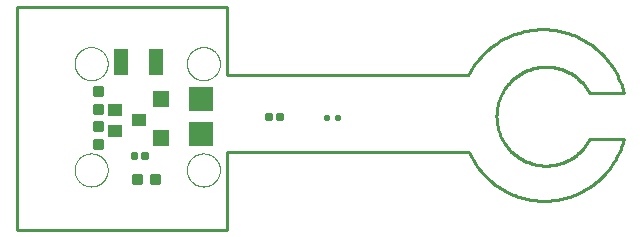
<source format=gtp>
G75*
%MOIN*%
%OFA0B0*%
%FSLAX25Y25*%
%IPPOS*%
%LPD*%
%AMOC8*
5,1,8,0,0,1.08239X$1,22.5*
%
%ADD10C,0.01000*%
%ADD11C,0.00000*%
%ADD12C,0.01250*%
%ADD13R,0.04500X0.09000*%
%ADD14R,0.05500X0.05500*%
%ADD15R,0.04500X0.04000*%
%ADD16C,0.00875*%
%ADD17R,0.07874X0.07874*%
%ADD18C,0.01142*%
D10*
X0061453Y0072391D02*
X0061453Y0146682D01*
X0131532Y0146682D01*
X0131532Y0123847D01*
X0211847Y0123847D01*
X0211846Y0123847D02*
X0212158Y0124451D01*
X0212484Y0125047D01*
X0212825Y0125635D01*
X0213179Y0126214D01*
X0213548Y0126785D01*
X0213931Y0127346D01*
X0214327Y0127898D01*
X0214737Y0128440D01*
X0215159Y0128972D01*
X0215595Y0129494D01*
X0216043Y0130004D01*
X0216504Y0130504D01*
X0216976Y0130992D01*
X0217460Y0131469D01*
X0217956Y0131933D01*
X0218463Y0132386D01*
X0218981Y0132826D01*
X0219509Y0133253D01*
X0220048Y0133667D01*
X0220597Y0134068D01*
X0221155Y0134455D01*
X0221722Y0134828D01*
X0222299Y0135188D01*
X0222884Y0135533D01*
X0223477Y0135865D01*
X0224078Y0136181D01*
X0224687Y0136483D01*
X0225303Y0136770D01*
X0225926Y0137041D01*
X0226555Y0137298D01*
X0227190Y0137539D01*
X0227831Y0137764D01*
X0228477Y0137974D01*
X0229128Y0138168D01*
X0229784Y0138346D01*
X0230444Y0138508D01*
X0231108Y0138653D01*
X0231775Y0138783D01*
X0232445Y0138896D01*
X0233117Y0138993D01*
X0233792Y0139073D01*
X0234468Y0139137D01*
X0235146Y0139185D01*
X0235825Y0139216D01*
X0236504Y0139230D01*
X0237183Y0139228D01*
X0237863Y0139209D01*
X0238541Y0139173D01*
X0239218Y0139121D01*
X0239894Y0139053D01*
X0240569Y0138968D01*
X0241240Y0138867D01*
X0241910Y0138749D01*
X0242576Y0138615D01*
X0243238Y0138465D01*
X0243897Y0138298D01*
X0244551Y0138116D01*
X0245201Y0137918D01*
X0245846Y0137704D01*
X0246486Y0137474D01*
X0247119Y0137229D01*
X0247747Y0136968D01*
X0248368Y0136692D01*
X0248981Y0136401D01*
X0249588Y0136095D01*
X0250187Y0135775D01*
X0250778Y0135440D01*
X0251361Y0135090D01*
X0251935Y0134727D01*
X0252500Y0134349D01*
X0253056Y0133958D01*
X0253602Y0133554D01*
X0254137Y0133136D01*
X0254663Y0132706D01*
X0255178Y0132262D01*
X0255682Y0131806D01*
X0256174Y0131339D01*
X0256655Y0130859D01*
X0257125Y0130367D01*
X0257582Y0129865D01*
X0258026Y0129351D01*
X0258458Y0128827D01*
X0258877Y0128292D01*
X0259283Y0127747D01*
X0259676Y0127192D01*
X0260055Y0126628D01*
X0260420Y0126055D01*
X0260771Y0125474D01*
X0261107Y0124883D01*
X0261429Y0124285D01*
X0261737Y0123679D01*
X0262029Y0123066D01*
X0262307Y0122446D01*
X0262569Y0121819D01*
X0262816Y0121186D01*
X0263048Y0120547D01*
X0263263Y0119903D01*
X0263463Y0119254D01*
X0263647Y0118600D01*
X0263815Y0117941D01*
X0263816Y0117942D02*
X0252398Y0117942D01*
X0252205Y0118296D01*
X0252005Y0118646D01*
X0251795Y0118990D01*
X0251577Y0119330D01*
X0251351Y0119663D01*
X0251117Y0119992D01*
X0250875Y0120314D01*
X0250625Y0120630D01*
X0250367Y0120940D01*
X0250102Y0121244D01*
X0249830Y0121541D01*
X0249550Y0121832D01*
X0249264Y0122115D01*
X0248970Y0122391D01*
X0248670Y0122661D01*
X0248363Y0122922D01*
X0248050Y0123176D01*
X0247731Y0123423D01*
X0247406Y0123661D01*
X0247075Y0123891D01*
X0246739Y0124114D01*
X0246397Y0124328D01*
X0246050Y0124533D01*
X0245698Y0124730D01*
X0245342Y0124918D01*
X0244981Y0125098D01*
X0244616Y0125268D01*
X0244246Y0125430D01*
X0243873Y0125582D01*
X0243496Y0125726D01*
X0243116Y0125860D01*
X0242733Y0125985D01*
X0242346Y0126100D01*
X0241957Y0126206D01*
X0241566Y0126302D01*
X0241172Y0126388D01*
X0240776Y0126465D01*
X0240379Y0126533D01*
X0239980Y0126590D01*
X0239579Y0126638D01*
X0239178Y0126676D01*
X0238776Y0126704D01*
X0238373Y0126722D01*
X0237970Y0126730D01*
X0237567Y0126729D01*
X0237164Y0126717D01*
X0236761Y0126696D01*
X0236359Y0126665D01*
X0235958Y0126624D01*
X0235558Y0126573D01*
X0235160Y0126513D01*
X0234763Y0126443D01*
X0234368Y0126363D01*
X0233975Y0126273D01*
X0233584Y0126174D01*
X0233196Y0126065D01*
X0232810Y0125947D01*
X0232428Y0125819D01*
X0232049Y0125682D01*
X0231673Y0125536D01*
X0231301Y0125381D01*
X0230933Y0125216D01*
X0230569Y0125043D01*
X0230209Y0124861D01*
X0229854Y0124670D01*
X0229504Y0124470D01*
X0229159Y0124262D01*
X0228819Y0124046D01*
X0228484Y0123821D01*
X0228155Y0123588D01*
X0227832Y0123347D01*
X0227514Y0123098D01*
X0227203Y0122842D01*
X0226898Y0122578D01*
X0226600Y0122307D01*
X0226309Y0122028D01*
X0226024Y0121742D01*
X0225747Y0121450D01*
X0225477Y0121151D01*
X0225214Y0120845D01*
X0224959Y0120533D01*
X0224711Y0120215D01*
X0224471Y0119891D01*
X0224240Y0119561D01*
X0224016Y0119225D01*
X0223801Y0118884D01*
X0223594Y0118538D01*
X0223396Y0118187D01*
X0223206Y0117831D01*
X0223026Y0117471D01*
X0222854Y0117106D01*
X0222691Y0116738D01*
X0222537Y0116365D01*
X0222392Y0115989D01*
X0222256Y0115609D01*
X0222130Y0115226D01*
X0222013Y0114840D01*
X0221906Y0114452D01*
X0221808Y0114061D01*
X0221720Y0113667D01*
X0221642Y0113272D01*
X0221573Y0112874D01*
X0221514Y0112476D01*
X0221465Y0112076D01*
X0221425Y0111674D01*
X0221396Y0111272D01*
X0221376Y0110870D01*
X0221366Y0110467D01*
X0221366Y0110063D01*
X0221376Y0109660D01*
X0221396Y0109258D01*
X0221425Y0108856D01*
X0221465Y0108454D01*
X0221514Y0108054D01*
X0221573Y0107656D01*
X0221642Y0107258D01*
X0221720Y0106863D01*
X0221808Y0106469D01*
X0221906Y0106078D01*
X0222013Y0105690D01*
X0222130Y0105304D01*
X0222256Y0104921D01*
X0222392Y0104541D01*
X0222537Y0104165D01*
X0222691Y0103792D01*
X0222854Y0103424D01*
X0223026Y0103059D01*
X0223206Y0102699D01*
X0223396Y0102343D01*
X0223594Y0101992D01*
X0223801Y0101646D01*
X0224016Y0101305D01*
X0224240Y0100969D01*
X0224471Y0100639D01*
X0224711Y0100315D01*
X0224959Y0099997D01*
X0225214Y0099685D01*
X0225477Y0099379D01*
X0225747Y0099080D01*
X0226024Y0098788D01*
X0226309Y0098502D01*
X0226600Y0098223D01*
X0226898Y0097952D01*
X0227203Y0097688D01*
X0227514Y0097432D01*
X0227832Y0097183D01*
X0228155Y0096942D01*
X0228484Y0096709D01*
X0228819Y0096484D01*
X0229159Y0096268D01*
X0229504Y0096060D01*
X0229854Y0095860D01*
X0230209Y0095669D01*
X0230569Y0095487D01*
X0230933Y0095314D01*
X0231301Y0095149D01*
X0231673Y0094994D01*
X0232049Y0094848D01*
X0232428Y0094711D01*
X0232810Y0094583D01*
X0233196Y0094465D01*
X0233584Y0094356D01*
X0233975Y0094257D01*
X0234368Y0094167D01*
X0234763Y0094087D01*
X0235160Y0094017D01*
X0235558Y0093957D01*
X0235958Y0093906D01*
X0236359Y0093865D01*
X0236761Y0093834D01*
X0237164Y0093813D01*
X0237567Y0093801D01*
X0237970Y0093800D01*
X0238373Y0093808D01*
X0238776Y0093826D01*
X0239178Y0093854D01*
X0239579Y0093892D01*
X0239980Y0093940D01*
X0240379Y0093997D01*
X0240776Y0094065D01*
X0241172Y0094142D01*
X0241566Y0094228D01*
X0241957Y0094324D01*
X0242346Y0094430D01*
X0242733Y0094545D01*
X0243116Y0094670D01*
X0243496Y0094804D01*
X0243873Y0094948D01*
X0244246Y0095100D01*
X0244616Y0095262D01*
X0244981Y0095432D01*
X0245342Y0095612D01*
X0245698Y0095800D01*
X0246050Y0095997D01*
X0246397Y0096202D01*
X0246739Y0096416D01*
X0247075Y0096639D01*
X0247406Y0096869D01*
X0247731Y0097107D01*
X0248050Y0097354D01*
X0248363Y0097608D01*
X0248670Y0097869D01*
X0248970Y0098139D01*
X0249264Y0098415D01*
X0249550Y0098698D01*
X0249830Y0098989D01*
X0250102Y0099286D01*
X0250367Y0099590D01*
X0250625Y0099900D01*
X0250875Y0100216D01*
X0251117Y0100538D01*
X0251351Y0100867D01*
X0251577Y0101200D01*
X0251795Y0101540D01*
X0252005Y0101884D01*
X0252205Y0102234D01*
X0252398Y0102588D01*
X0252398Y0102548D02*
X0263737Y0102587D01*
X0263815Y0102587D02*
X0263639Y0101941D01*
X0263447Y0101299D01*
X0263239Y0100663D01*
X0263016Y0100031D01*
X0262778Y0099405D01*
X0262524Y0098786D01*
X0262256Y0098172D01*
X0261972Y0097566D01*
X0261674Y0096966D01*
X0261361Y0096374D01*
X0261034Y0095790D01*
X0260693Y0095214D01*
X0260337Y0094646D01*
X0259968Y0094087D01*
X0259586Y0093538D01*
X0259190Y0092998D01*
X0258781Y0092467D01*
X0258359Y0091947D01*
X0257925Y0091438D01*
X0257478Y0090939D01*
X0257019Y0090451D01*
X0256549Y0089974D01*
X0256067Y0089509D01*
X0255574Y0089056D01*
X0255070Y0088616D01*
X0254555Y0088187D01*
X0254030Y0087771D01*
X0253495Y0087369D01*
X0252950Y0086979D01*
X0252396Y0086603D01*
X0251833Y0086240D01*
X0251262Y0085892D01*
X0250682Y0085557D01*
X0250094Y0085237D01*
X0249498Y0084931D01*
X0248895Y0084640D01*
X0248285Y0084363D01*
X0247669Y0084102D01*
X0247046Y0083855D01*
X0246417Y0083624D01*
X0245783Y0083409D01*
X0245144Y0083208D01*
X0244501Y0083024D01*
X0243853Y0082855D01*
X0243201Y0082702D01*
X0242545Y0082566D01*
X0241886Y0082445D01*
X0241225Y0082340D01*
X0240561Y0082252D01*
X0239896Y0082179D01*
X0239228Y0082123D01*
X0238560Y0082083D01*
X0237891Y0082060D01*
X0237221Y0082053D01*
X0236551Y0082062D01*
X0235882Y0082088D01*
X0235214Y0082130D01*
X0234547Y0082188D01*
X0233881Y0082263D01*
X0233218Y0082354D01*
X0232557Y0082460D01*
X0231899Y0082583D01*
X0231244Y0082723D01*
X0230592Y0082878D01*
X0229945Y0083048D01*
X0229302Y0083235D01*
X0228663Y0083437D01*
X0228030Y0083655D01*
X0227402Y0083888D01*
X0226780Y0084137D01*
X0226165Y0084400D01*
X0225556Y0084679D01*
X0224954Y0084972D01*
X0224359Y0085280D01*
X0223772Y0085602D01*
X0223193Y0085939D01*
X0222623Y0086289D01*
X0222061Y0086654D01*
X0221508Y0087032D01*
X0220965Y0087423D01*
X0220431Y0087828D01*
X0219908Y0088245D01*
X0219394Y0088675D01*
X0218892Y0089118D01*
X0218400Y0089572D01*
X0217920Y0090039D01*
X0217451Y0090517D01*
X0216994Y0091006D01*
X0216549Y0091507D01*
X0216116Y0092018D01*
X0215696Y0092540D01*
X0215289Y0093071D01*
X0214895Y0093613D01*
X0214514Y0094163D01*
X0214147Y0094723D01*
X0213794Y0095292D01*
X0213454Y0095870D01*
X0213129Y0096455D01*
X0212818Y0097048D01*
X0212522Y0097649D01*
X0212240Y0098256D01*
X0211847Y0098257D02*
X0131532Y0098257D01*
X0131532Y0072391D01*
X0061453Y0072391D01*
D11*
X0080745Y0092351D02*
X0080747Y0092499D01*
X0080753Y0092647D01*
X0080763Y0092795D01*
X0080777Y0092942D01*
X0080795Y0093089D01*
X0080816Y0093235D01*
X0080842Y0093381D01*
X0080872Y0093526D01*
X0080905Y0093670D01*
X0080943Y0093813D01*
X0080984Y0093955D01*
X0081029Y0094096D01*
X0081077Y0094236D01*
X0081130Y0094375D01*
X0081186Y0094512D01*
X0081246Y0094647D01*
X0081309Y0094781D01*
X0081376Y0094913D01*
X0081447Y0095043D01*
X0081521Y0095171D01*
X0081598Y0095297D01*
X0081679Y0095421D01*
X0081763Y0095543D01*
X0081850Y0095662D01*
X0081941Y0095779D01*
X0082035Y0095894D01*
X0082131Y0096006D01*
X0082231Y0096116D01*
X0082333Y0096222D01*
X0082439Y0096326D01*
X0082547Y0096427D01*
X0082658Y0096525D01*
X0082771Y0096621D01*
X0082887Y0096713D01*
X0083005Y0096802D01*
X0083126Y0096887D01*
X0083249Y0096970D01*
X0083374Y0097049D01*
X0083501Y0097125D01*
X0083630Y0097197D01*
X0083761Y0097266D01*
X0083894Y0097331D01*
X0084029Y0097392D01*
X0084165Y0097450D01*
X0084302Y0097505D01*
X0084441Y0097555D01*
X0084582Y0097602D01*
X0084723Y0097645D01*
X0084866Y0097685D01*
X0085010Y0097720D01*
X0085154Y0097752D01*
X0085300Y0097779D01*
X0085446Y0097803D01*
X0085593Y0097823D01*
X0085740Y0097839D01*
X0085887Y0097851D01*
X0086035Y0097859D01*
X0086183Y0097863D01*
X0086331Y0097863D01*
X0086479Y0097859D01*
X0086627Y0097851D01*
X0086774Y0097839D01*
X0086921Y0097823D01*
X0087068Y0097803D01*
X0087214Y0097779D01*
X0087360Y0097752D01*
X0087504Y0097720D01*
X0087648Y0097685D01*
X0087791Y0097645D01*
X0087932Y0097602D01*
X0088073Y0097555D01*
X0088212Y0097505D01*
X0088349Y0097450D01*
X0088485Y0097392D01*
X0088620Y0097331D01*
X0088753Y0097266D01*
X0088884Y0097197D01*
X0089013Y0097125D01*
X0089140Y0097049D01*
X0089265Y0096970D01*
X0089388Y0096887D01*
X0089509Y0096802D01*
X0089627Y0096713D01*
X0089743Y0096621D01*
X0089856Y0096525D01*
X0089967Y0096427D01*
X0090075Y0096326D01*
X0090181Y0096222D01*
X0090283Y0096116D01*
X0090383Y0096006D01*
X0090479Y0095894D01*
X0090573Y0095779D01*
X0090664Y0095662D01*
X0090751Y0095543D01*
X0090835Y0095421D01*
X0090916Y0095297D01*
X0090993Y0095171D01*
X0091067Y0095043D01*
X0091138Y0094913D01*
X0091205Y0094781D01*
X0091268Y0094647D01*
X0091328Y0094512D01*
X0091384Y0094375D01*
X0091437Y0094236D01*
X0091485Y0094096D01*
X0091530Y0093955D01*
X0091571Y0093813D01*
X0091609Y0093670D01*
X0091642Y0093526D01*
X0091672Y0093381D01*
X0091698Y0093235D01*
X0091719Y0093089D01*
X0091737Y0092942D01*
X0091751Y0092795D01*
X0091761Y0092647D01*
X0091767Y0092499D01*
X0091769Y0092351D01*
X0091767Y0092203D01*
X0091761Y0092055D01*
X0091751Y0091907D01*
X0091737Y0091760D01*
X0091719Y0091613D01*
X0091698Y0091467D01*
X0091672Y0091321D01*
X0091642Y0091176D01*
X0091609Y0091032D01*
X0091571Y0090889D01*
X0091530Y0090747D01*
X0091485Y0090606D01*
X0091437Y0090466D01*
X0091384Y0090327D01*
X0091328Y0090190D01*
X0091268Y0090055D01*
X0091205Y0089921D01*
X0091138Y0089789D01*
X0091067Y0089659D01*
X0090993Y0089531D01*
X0090916Y0089405D01*
X0090835Y0089281D01*
X0090751Y0089159D01*
X0090664Y0089040D01*
X0090573Y0088923D01*
X0090479Y0088808D01*
X0090383Y0088696D01*
X0090283Y0088586D01*
X0090181Y0088480D01*
X0090075Y0088376D01*
X0089967Y0088275D01*
X0089856Y0088177D01*
X0089743Y0088081D01*
X0089627Y0087989D01*
X0089509Y0087900D01*
X0089388Y0087815D01*
X0089265Y0087732D01*
X0089140Y0087653D01*
X0089013Y0087577D01*
X0088884Y0087505D01*
X0088753Y0087436D01*
X0088620Y0087371D01*
X0088485Y0087310D01*
X0088349Y0087252D01*
X0088212Y0087197D01*
X0088073Y0087147D01*
X0087932Y0087100D01*
X0087791Y0087057D01*
X0087648Y0087017D01*
X0087504Y0086982D01*
X0087360Y0086950D01*
X0087214Y0086923D01*
X0087068Y0086899D01*
X0086921Y0086879D01*
X0086774Y0086863D01*
X0086627Y0086851D01*
X0086479Y0086843D01*
X0086331Y0086839D01*
X0086183Y0086839D01*
X0086035Y0086843D01*
X0085887Y0086851D01*
X0085740Y0086863D01*
X0085593Y0086879D01*
X0085446Y0086899D01*
X0085300Y0086923D01*
X0085154Y0086950D01*
X0085010Y0086982D01*
X0084866Y0087017D01*
X0084723Y0087057D01*
X0084582Y0087100D01*
X0084441Y0087147D01*
X0084302Y0087197D01*
X0084165Y0087252D01*
X0084029Y0087310D01*
X0083894Y0087371D01*
X0083761Y0087436D01*
X0083630Y0087505D01*
X0083501Y0087577D01*
X0083374Y0087653D01*
X0083249Y0087732D01*
X0083126Y0087815D01*
X0083005Y0087900D01*
X0082887Y0087989D01*
X0082771Y0088081D01*
X0082658Y0088177D01*
X0082547Y0088275D01*
X0082439Y0088376D01*
X0082333Y0088480D01*
X0082231Y0088586D01*
X0082131Y0088696D01*
X0082035Y0088808D01*
X0081941Y0088923D01*
X0081850Y0089040D01*
X0081763Y0089159D01*
X0081679Y0089281D01*
X0081598Y0089405D01*
X0081521Y0089531D01*
X0081447Y0089659D01*
X0081376Y0089789D01*
X0081309Y0089921D01*
X0081246Y0090055D01*
X0081186Y0090190D01*
X0081130Y0090327D01*
X0081077Y0090466D01*
X0081029Y0090606D01*
X0080984Y0090747D01*
X0080943Y0090889D01*
X0080905Y0091032D01*
X0080872Y0091176D01*
X0080842Y0091321D01*
X0080816Y0091467D01*
X0080795Y0091613D01*
X0080777Y0091760D01*
X0080763Y0091907D01*
X0080753Y0092055D01*
X0080747Y0092203D01*
X0080745Y0092351D01*
X0118146Y0092351D02*
X0118148Y0092499D01*
X0118154Y0092647D01*
X0118164Y0092795D01*
X0118178Y0092942D01*
X0118196Y0093089D01*
X0118217Y0093235D01*
X0118243Y0093381D01*
X0118273Y0093526D01*
X0118306Y0093670D01*
X0118344Y0093813D01*
X0118385Y0093955D01*
X0118430Y0094096D01*
X0118478Y0094236D01*
X0118531Y0094375D01*
X0118587Y0094512D01*
X0118647Y0094647D01*
X0118710Y0094781D01*
X0118777Y0094913D01*
X0118848Y0095043D01*
X0118922Y0095171D01*
X0118999Y0095297D01*
X0119080Y0095421D01*
X0119164Y0095543D01*
X0119251Y0095662D01*
X0119342Y0095779D01*
X0119436Y0095894D01*
X0119532Y0096006D01*
X0119632Y0096116D01*
X0119734Y0096222D01*
X0119840Y0096326D01*
X0119948Y0096427D01*
X0120059Y0096525D01*
X0120172Y0096621D01*
X0120288Y0096713D01*
X0120406Y0096802D01*
X0120527Y0096887D01*
X0120650Y0096970D01*
X0120775Y0097049D01*
X0120902Y0097125D01*
X0121031Y0097197D01*
X0121162Y0097266D01*
X0121295Y0097331D01*
X0121430Y0097392D01*
X0121566Y0097450D01*
X0121703Y0097505D01*
X0121842Y0097555D01*
X0121983Y0097602D01*
X0122124Y0097645D01*
X0122267Y0097685D01*
X0122411Y0097720D01*
X0122555Y0097752D01*
X0122701Y0097779D01*
X0122847Y0097803D01*
X0122994Y0097823D01*
X0123141Y0097839D01*
X0123288Y0097851D01*
X0123436Y0097859D01*
X0123584Y0097863D01*
X0123732Y0097863D01*
X0123880Y0097859D01*
X0124028Y0097851D01*
X0124175Y0097839D01*
X0124322Y0097823D01*
X0124469Y0097803D01*
X0124615Y0097779D01*
X0124761Y0097752D01*
X0124905Y0097720D01*
X0125049Y0097685D01*
X0125192Y0097645D01*
X0125333Y0097602D01*
X0125474Y0097555D01*
X0125613Y0097505D01*
X0125750Y0097450D01*
X0125886Y0097392D01*
X0126021Y0097331D01*
X0126154Y0097266D01*
X0126285Y0097197D01*
X0126414Y0097125D01*
X0126541Y0097049D01*
X0126666Y0096970D01*
X0126789Y0096887D01*
X0126910Y0096802D01*
X0127028Y0096713D01*
X0127144Y0096621D01*
X0127257Y0096525D01*
X0127368Y0096427D01*
X0127476Y0096326D01*
X0127582Y0096222D01*
X0127684Y0096116D01*
X0127784Y0096006D01*
X0127880Y0095894D01*
X0127974Y0095779D01*
X0128065Y0095662D01*
X0128152Y0095543D01*
X0128236Y0095421D01*
X0128317Y0095297D01*
X0128394Y0095171D01*
X0128468Y0095043D01*
X0128539Y0094913D01*
X0128606Y0094781D01*
X0128669Y0094647D01*
X0128729Y0094512D01*
X0128785Y0094375D01*
X0128838Y0094236D01*
X0128886Y0094096D01*
X0128931Y0093955D01*
X0128972Y0093813D01*
X0129010Y0093670D01*
X0129043Y0093526D01*
X0129073Y0093381D01*
X0129099Y0093235D01*
X0129120Y0093089D01*
X0129138Y0092942D01*
X0129152Y0092795D01*
X0129162Y0092647D01*
X0129168Y0092499D01*
X0129170Y0092351D01*
X0129168Y0092203D01*
X0129162Y0092055D01*
X0129152Y0091907D01*
X0129138Y0091760D01*
X0129120Y0091613D01*
X0129099Y0091467D01*
X0129073Y0091321D01*
X0129043Y0091176D01*
X0129010Y0091032D01*
X0128972Y0090889D01*
X0128931Y0090747D01*
X0128886Y0090606D01*
X0128838Y0090466D01*
X0128785Y0090327D01*
X0128729Y0090190D01*
X0128669Y0090055D01*
X0128606Y0089921D01*
X0128539Y0089789D01*
X0128468Y0089659D01*
X0128394Y0089531D01*
X0128317Y0089405D01*
X0128236Y0089281D01*
X0128152Y0089159D01*
X0128065Y0089040D01*
X0127974Y0088923D01*
X0127880Y0088808D01*
X0127784Y0088696D01*
X0127684Y0088586D01*
X0127582Y0088480D01*
X0127476Y0088376D01*
X0127368Y0088275D01*
X0127257Y0088177D01*
X0127144Y0088081D01*
X0127028Y0087989D01*
X0126910Y0087900D01*
X0126789Y0087815D01*
X0126666Y0087732D01*
X0126541Y0087653D01*
X0126414Y0087577D01*
X0126285Y0087505D01*
X0126154Y0087436D01*
X0126021Y0087371D01*
X0125886Y0087310D01*
X0125750Y0087252D01*
X0125613Y0087197D01*
X0125474Y0087147D01*
X0125333Y0087100D01*
X0125192Y0087057D01*
X0125049Y0087017D01*
X0124905Y0086982D01*
X0124761Y0086950D01*
X0124615Y0086923D01*
X0124469Y0086899D01*
X0124322Y0086879D01*
X0124175Y0086863D01*
X0124028Y0086851D01*
X0123880Y0086843D01*
X0123732Y0086839D01*
X0123584Y0086839D01*
X0123436Y0086843D01*
X0123288Y0086851D01*
X0123141Y0086863D01*
X0122994Y0086879D01*
X0122847Y0086899D01*
X0122701Y0086923D01*
X0122555Y0086950D01*
X0122411Y0086982D01*
X0122267Y0087017D01*
X0122124Y0087057D01*
X0121983Y0087100D01*
X0121842Y0087147D01*
X0121703Y0087197D01*
X0121566Y0087252D01*
X0121430Y0087310D01*
X0121295Y0087371D01*
X0121162Y0087436D01*
X0121031Y0087505D01*
X0120902Y0087577D01*
X0120775Y0087653D01*
X0120650Y0087732D01*
X0120527Y0087815D01*
X0120406Y0087900D01*
X0120288Y0087989D01*
X0120172Y0088081D01*
X0120059Y0088177D01*
X0119948Y0088275D01*
X0119840Y0088376D01*
X0119734Y0088480D01*
X0119632Y0088586D01*
X0119532Y0088696D01*
X0119436Y0088808D01*
X0119342Y0088923D01*
X0119251Y0089040D01*
X0119164Y0089159D01*
X0119080Y0089281D01*
X0118999Y0089405D01*
X0118922Y0089531D01*
X0118848Y0089659D01*
X0118777Y0089789D01*
X0118710Y0089921D01*
X0118647Y0090055D01*
X0118587Y0090190D01*
X0118531Y0090327D01*
X0118478Y0090466D01*
X0118430Y0090606D01*
X0118385Y0090747D01*
X0118344Y0090889D01*
X0118306Y0091032D01*
X0118273Y0091176D01*
X0118243Y0091321D01*
X0118217Y0091467D01*
X0118196Y0091613D01*
X0118178Y0091760D01*
X0118164Y0091907D01*
X0118154Y0092055D01*
X0118148Y0092203D01*
X0118146Y0092351D01*
X0118146Y0127784D02*
X0118148Y0127932D01*
X0118154Y0128080D01*
X0118164Y0128228D01*
X0118178Y0128375D01*
X0118196Y0128522D01*
X0118217Y0128668D01*
X0118243Y0128814D01*
X0118273Y0128959D01*
X0118306Y0129103D01*
X0118344Y0129246D01*
X0118385Y0129388D01*
X0118430Y0129529D01*
X0118478Y0129669D01*
X0118531Y0129808D01*
X0118587Y0129945D01*
X0118647Y0130080D01*
X0118710Y0130214D01*
X0118777Y0130346D01*
X0118848Y0130476D01*
X0118922Y0130604D01*
X0118999Y0130730D01*
X0119080Y0130854D01*
X0119164Y0130976D01*
X0119251Y0131095D01*
X0119342Y0131212D01*
X0119436Y0131327D01*
X0119532Y0131439D01*
X0119632Y0131549D01*
X0119734Y0131655D01*
X0119840Y0131759D01*
X0119948Y0131860D01*
X0120059Y0131958D01*
X0120172Y0132054D01*
X0120288Y0132146D01*
X0120406Y0132235D01*
X0120527Y0132320D01*
X0120650Y0132403D01*
X0120775Y0132482D01*
X0120902Y0132558D01*
X0121031Y0132630D01*
X0121162Y0132699D01*
X0121295Y0132764D01*
X0121430Y0132825D01*
X0121566Y0132883D01*
X0121703Y0132938D01*
X0121842Y0132988D01*
X0121983Y0133035D01*
X0122124Y0133078D01*
X0122267Y0133118D01*
X0122411Y0133153D01*
X0122555Y0133185D01*
X0122701Y0133212D01*
X0122847Y0133236D01*
X0122994Y0133256D01*
X0123141Y0133272D01*
X0123288Y0133284D01*
X0123436Y0133292D01*
X0123584Y0133296D01*
X0123732Y0133296D01*
X0123880Y0133292D01*
X0124028Y0133284D01*
X0124175Y0133272D01*
X0124322Y0133256D01*
X0124469Y0133236D01*
X0124615Y0133212D01*
X0124761Y0133185D01*
X0124905Y0133153D01*
X0125049Y0133118D01*
X0125192Y0133078D01*
X0125333Y0133035D01*
X0125474Y0132988D01*
X0125613Y0132938D01*
X0125750Y0132883D01*
X0125886Y0132825D01*
X0126021Y0132764D01*
X0126154Y0132699D01*
X0126285Y0132630D01*
X0126414Y0132558D01*
X0126541Y0132482D01*
X0126666Y0132403D01*
X0126789Y0132320D01*
X0126910Y0132235D01*
X0127028Y0132146D01*
X0127144Y0132054D01*
X0127257Y0131958D01*
X0127368Y0131860D01*
X0127476Y0131759D01*
X0127582Y0131655D01*
X0127684Y0131549D01*
X0127784Y0131439D01*
X0127880Y0131327D01*
X0127974Y0131212D01*
X0128065Y0131095D01*
X0128152Y0130976D01*
X0128236Y0130854D01*
X0128317Y0130730D01*
X0128394Y0130604D01*
X0128468Y0130476D01*
X0128539Y0130346D01*
X0128606Y0130214D01*
X0128669Y0130080D01*
X0128729Y0129945D01*
X0128785Y0129808D01*
X0128838Y0129669D01*
X0128886Y0129529D01*
X0128931Y0129388D01*
X0128972Y0129246D01*
X0129010Y0129103D01*
X0129043Y0128959D01*
X0129073Y0128814D01*
X0129099Y0128668D01*
X0129120Y0128522D01*
X0129138Y0128375D01*
X0129152Y0128228D01*
X0129162Y0128080D01*
X0129168Y0127932D01*
X0129170Y0127784D01*
X0129168Y0127636D01*
X0129162Y0127488D01*
X0129152Y0127340D01*
X0129138Y0127193D01*
X0129120Y0127046D01*
X0129099Y0126900D01*
X0129073Y0126754D01*
X0129043Y0126609D01*
X0129010Y0126465D01*
X0128972Y0126322D01*
X0128931Y0126180D01*
X0128886Y0126039D01*
X0128838Y0125899D01*
X0128785Y0125760D01*
X0128729Y0125623D01*
X0128669Y0125488D01*
X0128606Y0125354D01*
X0128539Y0125222D01*
X0128468Y0125092D01*
X0128394Y0124964D01*
X0128317Y0124838D01*
X0128236Y0124714D01*
X0128152Y0124592D01*
X0128065Y0124473D01*
X0127974Y0124356D01*
X0127880Y0124241D01*
X0127784Y0124129D01*
X0127684Y0124019D01*
X0127582Y0123913D01*
X0127476Y0123809D01*
X0127368Y0123708D01*
X0127257Y0123610D01*
X0127144Y0123514D01*
X0127028Y0123422D01*
X0126910Y0123333D01*
X0126789Y0123248D01*
X0126666Y0123165D01*
X0126541Y0123086D01*
X0126414Y0123010D01*
X0126285Y0122938D01*
X0126154Y0122869D01*
X0126021Y0122804D01*
X0125886Y0122743D01*
X0125750Y0122685D01*
X0125613Y0122630D01*
X0125474Y0122580D01*
X0125333Y0122533D01*
X0125192Y0122490D01*
X0125049Y0122450D01*
X0124905Y0122415D01*
X0124761Y0122383D01*
X0124615Y0122356D01*
X0124469Y0122332D01*
X0124322Y0122312D01*
X0124175Y0122296D01*
X0124028Y0122284D01*
X0123880Y0122276D01*
X0123732Y0122272D01*
X0123584Y0122272D01*
X0123436Y0122276D01*
X0123288Y0122284D01*
X0123141Y0122296D01*
X0122994Y0122312D01*
X0122847Y0122332D01*
X0122701Y0122356D01*
X0122555Y0122383D01*
X0122411Y0122415D01*
X0122267Y0122450D01*
X0122124Y0122490D01*
X0121983Y0122533D01*
X0121842Y0122580D01*
X0121703Y0122630D01*
X0121566Y0122685D01*
X0121430Y0122743D01*
X0121295Y0122804D01*
X0121162Y0122869D01*
X0121031Y0122938D01*
X0120902Y0123010D01*
X0120775Y0123086D01*
X0120650Y0123165D01*
X0120527Y0123248D01*
X0120406Y0123333D01*
X0120288Y0123422D01*
X0120172Y0123514D01*
X0120059Y0123610D01*
X0119948Y0123708D01*
X0119840Y0123809D01*
X0119734Y0123913D01*
X0119632Y0124019D01*
X0119532Y0124129D01*
X0119436Y0124241D01*
X0119342Y0124356D01*
X0119251Y0124473D01*
X0119164Y0124592D01*
X0119080Y0124714D01*
X0118999Y0124838D01*
X0118922Y0124964D01*
X0118848Y0125092D01*
X0118777Y0125222D01*
X0118710Y0125354D01*
X0118647Y0125488D01*
X0118587Y0125623D01*
X0118531Y0125760D01*
X0118478Y0125899D01*
X0118430Y0126039D01*
X0118385Y0126180D01*
X0118344Y0126322D01*
X0118306Y0126465D01*
X0118273Y0126609D01*
X0118243Y0126754D01*
X0118217Y0126900D01*
X0118196Y0127046D01*
X0118178Y0127193D01*
X0118164Y0127340D01*
X0118154Y0127488D01*
X0118148Y0127636D01*
X0118146Y0127784D01*
X0080745Y0127784D02*
X0080747Y0127932D01*
X0080753Y0128080D01*
X0080763Y0128228D01*
X0080777Y0128375D01*
X0080795Y0128522D01*
X0080816Y0128668D01*
X0080842Y0128814D01*
X0080872Y0128959D01*
X0080905Y0129103D01*
X0080943Y0129246D01*
X0080984Y0129388D01*
X0081029Y0129529D01*
X0081077Y0129669D01*
X0081130Y0129808D01*
X0081186Y0129945D01*
X0081246Y0130080D01*
X0081309Y0130214D01*
X0081376Y0130346D01*
X0081447Y0130476D01*
X0081521Y0130604D01*
X0081598Y0130730D01*
X0081679Y0130854D01*
X0081763Y0130976D01*
X0081850Y0131095D01*
X0081941Y0131212D01*
X0082035Y0131327D01*
X0082131Y0131439D01*
X0082231Y0131549D01*
X0082333Y0131655D01*
X0082439Y0131759D01*
X0082547Y0131860D01*
X0082658Y0131958D01*
X0082771Y0132054D01*
X0082887Y0132146D01*
X0083005Y0132235D01*
X0083126Y0132320D01*
X0083249Y0132403D01*
X0083374Y0132482D01*
X0083501Y0132558D01*
X0083630Y0132630D01*
X0083761Y0132699D01*
X0083894Y0132764D01*
X0084029Y0132825D01*
X0084165Y0132883D01*
X0084302Y0132938D01*
X0084441Y0132988D01*
X0084582Y0133035D01*
X0084723Y0133078D01*
X0084866Y0133118D01*
X0085010Y0133153D01*
X0085154Y0133185D01*
X0085300Y0133212D01*
X0085446Y0133236D01*
X0085593Y0133256D01*
X0085740Y0133272D01*
X0085887Y0133284D01*
X0086035Y0133292D01*
X0086183Y0133296D01*
X0086331Y0133296D01*
X0086479Y0133292D01*
X0086627Y0133284D01*
X0086774Y0133272D01*
X0086921Y0133256D01*
X0087068Y0133236D01*
X0087214Y0133212D01*
X0087360Y0133185D01*
X0087504Y0133153D01*
X0087648Y0133118D01*
X0087791Y0133078D01*
X0087932Y0133035D01*
X0088073Y0132988D01*
X0088212Y0132938D01*
X0088349Y0132883D01*
X0088485Y0132825D01*
X0088620Y0132764D01*
X0088753Y0132699D01*
X0088884Y0132630D01*
X0089013Y0132558D01*
X0089140Y0132482D01*
X0089265Y0132403D01*
X0089388Y0132320D01*
X0089509Y0132235D01*
X0089627Y0132146D01*
X0089743Y0132054D01*
X0089856Y0131958D01*
X0089967Y0131860D01*
X0090075Y0131759D01*
X0090181Y0131655D01*
X0090283Y0131549D01*
X0090383Y0131439D01*
X0090479Y0131327D01*
X0090573Y0131212D01*
X0090664Y0131095D01*
X0090751Y0130976D01*
X0090835Y0130854D01*
X0090916Y0130730D01*
X0090993Y0130604D01*
X0091067Y0130476D01*
X0091138Y0130346D01*
X0091205Y0130214D01*
X0091268Y0130080D01*
X0091328Y0129945D01*
X0091384Y0129808D01*
X0091437Y0129669D01*
X0091485Y0129529D01*
X0091530Y0129388D01*
X0091571Y0129246D01*
X0091609Y0129103D01*
X0091642Y0128959D01*
X0091672Y0128814D01*
X0091698Y0128668D01*
X0091719Y0128522D01*
X0091737Y0128375D01*
X0091751Y0128228D01*
X0091761Y0128080D01*
X0091767Y0127932D01*
X0091769Y0127784D01*
X0091767Y0127636D01*
X0091761Y0127488D01*
X0091751Y0127340D01*
X0091737Y0127193D01*
X0091719Y0127046D01*
X0091698Y0126900D01*
X0091672Y0126754D01*
X0091642Y0126609D01*
X0091609Y0126465D01*
X0091571Y0126322D01*
X0091530Y0126180D01*
X0091485Y0126039D01*
X0091437Y0125899D01*
X0091384Y0125760D01*
X0091328Y0125623D01*
X0091268Y0125488D01*
X0091205Y0125354D01*
X0091138Y0125222D01*
X0091067Y0125092D01*
X0090993Y0124964D01*
X0090916Y0124838D01*
X0090835Y0124714D01*
X0090751Y0124592D01*
X0090664Y0124473D01*
X0090573Y0124356D01*
X0090479Y0124241D01*
X0090383Y0124129D01*
X0090283Y0124019D01*
X0090181Y0123913D01*
X0090075Y0123809D01*
X0089967Y0123708D01*
X0089856Y0123610D01*
X0089743Y0123514D01*
X0089627Y0123422D01*
X0089509Y0123333D01*
X0089388Y0123248D01*
X0089265Y0123165D01*
X0089140Y0123086D01*
X0089013Y0123010D01*
X0088884Y0122938D01*
X0088753Y0122869D01*
X0088620Y0122804D01*
X0088485Y0122743D01*
X0088349Y0122685D01*
X0088212Y0122630D01*
X0088073Y0122580D01*
X0087932Y0122533D01*
X0087791Y0122490D01*
X0087648Y0122450D01*
X0087504Y0122415D01*
X0087360Y0122383D01*
X0087214Y0122356D01*
X0087068Y0122332D01*
X0086921Y0122312D01*
X0086774Y0122296D01*
X0086627Y0122284D01*
X0086479Y0122276D01*
X0086331Y0122272D01*
X0086183Y0122272D01*
X0086035Y0122276D01*
X0085887Y0122284D01*
X0085740Y0122296D01*
X0085593Y0122312D01*
X0085446Y0122332D01*
X0085300Y0122356D01*
X0085154Y0122383D01*
X0085010Y0122415D01*
X0084866Y0122450D01*
X0084723Y0122490D01*
X0084582Y0122533D01*
X0084441Y0122580D01*
X0084302Y0122630D01*
X0084165Y0122685D01*
X0084029Y0122743D01*
X0083894Y0122804D01*
X0083761Y0122869D01*
X0083630Y0122938D01*
X0083501Y0123010D01*
X0083374Y0123086D01*
X0083249Y0123165D01*
X0083126Y0123248D01*
X0083005Y0123333D01*
X0082887Y0123422D01*
X0082771Y0123514D01*
X0082658Y0123610D01*
X0082547Y0123708D01*
X0082439Y0123809D01*
X0082333Y0123913D01*
X0082231Y0124019D01*
X0082131Y0124129D01*
X0082035Y0124241D01*
X0081941Y0124356D01*
X0081850Y0124473D01*
X0081763Y0124592D01*
X0081679Y0124714D01*
X0081598Y0124838D01*
X0081521Y0124964D01*
X0081447Y0125092D01*
X0081376Y0125222D01*
X0081309Y0125354D01*
X0081246Y0125488D01*
X0081186Y0125623D01*
X0081130Y0125760D01*
X0081077Y0125899D01*
X0081029Y0126039D01*
X0080984Y0126180D01*
X0080943Y0126322D01*
X0080905Y0126465D01*
X0080872Y0126609D01*
X0080842Y0126754D01*
X0080816Y0126900D01*
X0080795Y0127046D01*
X0080777Y0127193D01*
X0080763Y0127340D01*
X0080753Y0127488D01*
X0080747Y0127636D01*
X0080745Y0127784D01*
D12*
X0100053Y0096303D02*
X0101303Y0096303D01*
X0100053Y0096303D02*
X0100053Y0097553D01*
X0101303Y0097553D01*
X0101303Y0096303D01*
X0101303Y0097552D02*
X0100053Y0097552D01*
X0103553Y0096303D02*
X0104803Y0096303D01*
X0103553Y0096303D02*
X0103553Y0097553D01*
X0104803Y0097553D01*
X0104803Y0096303D01*
X0104803Y0097552D02*
X0103553Y0097552D01*
X0145023Y0109443D02*
X0146273Y0109443D01*
X0145023Y0109443D02*
X0145023Y0110693D01*
X0146273Y0110693D01*
X0146273Y0109443D01*
X0146273Y0110692D02*
X0145023Y0110692D01*
X0148523Y0109443D02*
X0149773Y0109443D01*
X0148523Y0109443D02*
X0148523Y0110693D01*
X0149773Y0110693D01*
X0149773Y0109443D01*
X0149773Y0110692D02*
X0148523Y0110692D01*
D13*
X0107814Y0128434D03*
X0096314Y0128434D03*
D14*
X0109406Y0116085D03*
X0109406Y0103085D03*
D15*
X0102333Y0108926D03*
X0094333Y0112426D03*
X0094333Y0105426D03*
D16*
X0089902Y0105702D02*
X0089902Y0108328D01*
X0089902Y0105702D02*
X0087276Y0105702D01*
X0087276Y0108328D01*
X0089902Y0108328D01*
X0089902Y0106576D02*
X0087276Y0106576D01*
X0087276Y0107450D02*
X0089902Y0107450D01*
X0089902Y0108324D02*
X0087276Y0108324D01*
X0089902Y0111483D02*
X0089902Y0114109D01*
X0089902Y0111483D02*
X0087276Y0111483D01*
X0087276Y0114109D01*
X0089902Y0114109D01*
X0089902Y0112357D02*
X0087276Y0112357D01*
X0087276Y0113231D02*
X0089902Y0113231D01*
X0089902Y0114105D02*
X0087276Y0114105D01*
X0089902Y0117483D02*
X0089902Y0120109D01*
X0089902Y0117483D02*
X0087276Y0117483D01*
X0087276Y0120109D01*
X0089902Y0120109D01*
X0089902Y0118357D02*
X0087276Y0118357D01*
X0087276Y0119231D02*
X0089902Y0119231D01*
X0089902Y0120105D02*
X0087276Y0120105D01*
X0089902Y0102328D02*
X0089902Y0099702D01*
X0087276Y0099702D01*
X0087276Y0102328D01*
X0089902Y0102328D01*
X0089902Y0100576D02*
X0087276Y0100576D01*
X0087276Y0101450D02*
X0089902Y0101450D01*
X0089902Y0102324D02*
X0087276Y0102324D01*
X0100329Y0090515D02*
X0102955Y0090515D01*
X0102955Y0087889D01*
X0100329Y0087889D01*
X0100329Y0090515D01*
X0100329Y0088763D02*
X0102955Y0088763D01*
X0102955Y0089637D02*
X0100329Y0089637D01*
X0100329Y0090511D02*
X0102955Y0090511D01*
X0106329Y0090515D02*
X0108955Y0090515D01*
X0108955Y0087889D01*
X0106329Y0087889D01*
X0106329Y0090515D01*
X0106329Y0088763D02*
X0108955Y0088763D01*
X0108955Y0089637D02*
X0106329Y0089637D01*
X0106329Y0090511D02*
X0108955Y0090511D01*
D17*
X0122812Y0104202D03*
X0122812Y0116013D03*
D18*
X0165222Y0110441D02*
X0165222Y0109301D01*
X0164082Y0109301D01*
X0164082Y0110441D01*
X0165222Y0110441D01*
X0168903Y0110441D02*
X0168903Y0109301D01*
X0167763Y0109301D01*
X0167763Y0110441D01*
X0168903Y0110441D01*
M02*

</source>
